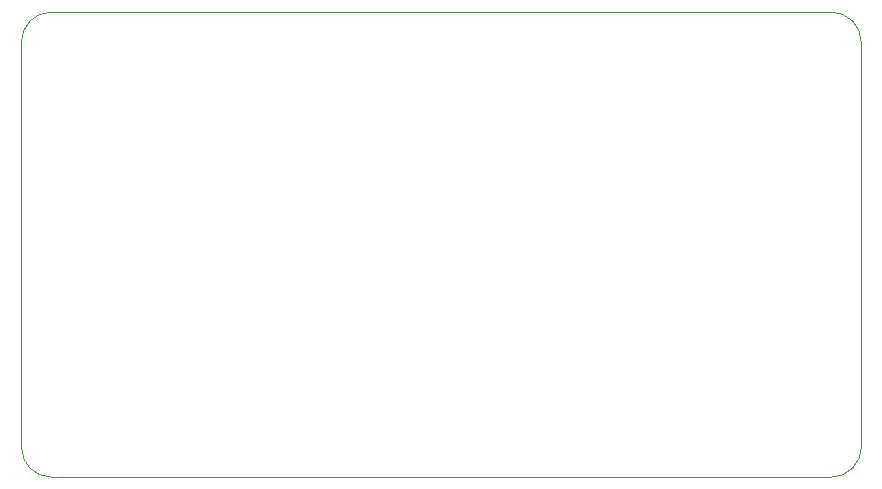
<source format=gbr>
G04 #@! TF.GenerationSoftware,KiCad,Pcbnew,(5.1.2)-2*
G04 #@! TF.CreationDate,2021-07-07T15:52:23+09:00*
G04 #@! TF.ProjectId,bumper,62756d70-6572-42e6-9b69-6361645f7063,rev?*
G04 #@! TF.SameCoordinates,Original*
G04 #@! TF.FileFunction,Profile,NP*
%FSLAX46Y46*%
G04 Gerber Fmt 4.6, Leading zero omitted, Abs format (unit mm)*
G04 Created by KiCad (PCBNEW (5.1.2)-2) date 2021-07-07 15:52:23*
%MOMM*%
%LPD*%
G04 APERTURE LIST*
%ADD10C,0.050000*%
G04 APERTURE END LIST*
D10*
X101600000Y-146050000D02*
X167640000Y-146050000D01*
X99060000Y-109220000D02*
X99060000Y-143510000D01*
X167640000Y-106680000D02*
X101600000Y-106680000D01*
X170180000Y-143510000D02*
X170180000Y-109220000D01*
X170180000Y-143510000D02*
G75*
G02X167640000Y-146050000I-2540000J0D01*
G01*
X101600000Y-146050000D02*
G75*
G02X99060000Y-143510000I0J2540000D01*
G01*
X99060000Y-109220000D02*
G75*
G02X101600000Y-106680000I2540000J0D01*
G01*
X167640000Y-106680000D02*
G75*
G02X170180000Y-109220000I0J-2540000D01*
G01*
M02*

</source>
